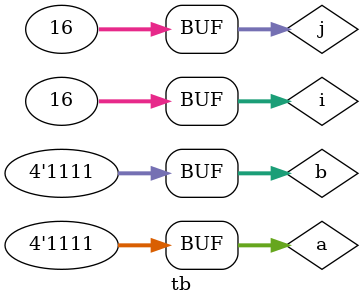
<source format=sv>

module tb(); 
  reg [3:0] a, b;	// Registers a and b
  wire [3:0] sum;	// Wire for sum
  wire cout; 		// Wire for cout
  integer i, j;		// integers i and j to run the loop
  
  // Instantiating DUT
  adder add(.A(a), .B(b), .Sum(sum), .Cout(cout));
  
  // To generate wave forms when using Synopsis VCS Simulator
  initial begin
  	$dumpfile("dump.vcd");
  	$dumpvars();
  end
           
  // Applying stimulus
  initial begin 
    // Generating all the 4-bit binary numbers i.e from [0, 15]
    // and testing for every possible addition
    for(i = 0; i <= 15; i = i + 1) begin
      #10 a = i;
      for(j = 0; j <= 15; j = j + 1) begin
        #10 b = j;
      end
    end
    // As I am checking for many inputs, waveform build may be 
    // cluttered. Zoom in and scroll sideways to see clearly.
  end
  
  // Stimulus for waveform in the snapshot in pdf
//   initial begin
//     a = 4'b0001;
//     b = 4'b0010;
    
//     #5
//     a = 4'b0010;
//     b = 4'b0110;
    
//     #5
//     a = 4'b1111;
//     b = 4'b1111;
//   end
  
  // Displaying Outputs
  always @ (sum or cout) begin
    $monitor ("a=0x%0h b=0x%0h sum=0x%0h cout=0x%0h", a, b, sum, cout);
  end
              
endmodule 

</source>
